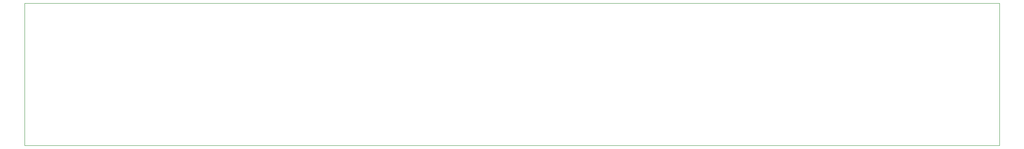
<source format=gbr>
G04 #@! TF.GenerationSoftware,KiCad,Pcbnew,(5.1.2)-2*
G04 #@! TF.CreationDate,2019-07-29T19:51:06+02:00*
G04 #@! TF.ProjectId,sensor_array_15_sensors,73656e73-6f72-45f6-9172-7261795f3135,1*
G04 #@! TF.SameCoordinates,Original*
G04 #@! TF.FileFunction,Profile,NP*
%FSLAX46Y46*%
G04 Gerber Fmt 4.6, Leading zero omitted, Abs format (unit mm)*
G04 Created by KiCad (PCBNEW (5.1.2)-2) date 2019-07-29 19:51:06*
%MOMM*%
%LPD*%
G04 APERTURE LIST*
%ADD10C,0.050000*%
G04 APERTURE END LIST*
D10*
X30000000Y-60000000D02*
X30000000Y-30000000D01*
X235000000Y-60000000D02*
X30000000Y-60000000D01*
X235000000Y-30000000D02*
X235000000Y-60000000D01*
X30000000Y-30000000D02*
X235000000Y-30000000D01*
M02*

</source>
